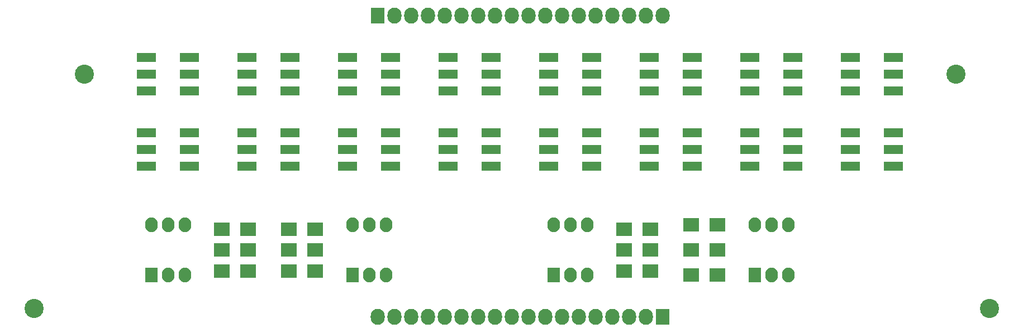
<source format=gts>
G04 #@! TF.FileFunction,Soldermask,Top*
%FSLAX46Y46*%
G04 Gerber Fmt 4.6, Leading zero omitted, Abs format (unit mm)*
G04 Created by KiCad (PCBNEW 4.0.0-stable) date 3/18/2016 11:08:59 AM*
%MOMM*%
G01*
G04 APERTURE LIST*
%ADD10C,0.100000*%
%ADD11R,2.400000X2.000000*%
%ADD12R,2.127200X2.432000*%
%ADD13O,2.127200X2.432000*%
%ADD14R,2.900000X1.400000*%
%ADD15R,1.924000X2.224000*%
%ADD16O,1.924000X2.224000*%
%ADD17C,2.900000*%
G04 APERTURE END LIST*
D10*
D11*
X201200000Y-64770000D03*
X205200000Y-64770000D03*
X201200000Y-68580000D03*
X205200000Y-68580000D03*
X201200000Y-72390000D03*
X205200000Y-72390000D03*
X195040000Y-71755000D03*
X191040000Y-71755000D03*
X195040000Y-68580000D03*
X191040000Y-68580000D03*
X195040000Y-65405000D03*
X191040000Y-65405000D03*
X140240000Y-65405000D03*
X144240000Y-65405000D03*
X140240000Y-68580000D03*
X144240000Y-68580000D03*
X140240000Y-71755000D03*
X144240000Y-71755000D03*
X134080000Y-71755000D03*
X130080000Y-71755000D03*
X134080000Y-68580000D03*
X130080000Y-68580000D03*
X134080000Y-65405000D03*
X130080000Y-65405000D03*
D12*
X153670000Y-33020000D03*
D13*
X156210000Y-33020000D03*
X158750000Y-33020000D03*
X161290000Y-33020000D03*
X163830000Y-33020000D03*
X166370000Y-33020000D03*
X168910000Y-33020000D03*
X171450000Y-33020000D03*
X173990000Y-33020000D03*
X176530000Y-33020000D03*
X179070000Y-33020000D03*
X181610000Y-33020000D03*
X184150000Y-33020000D03*
X186690000Y-33020000D03*
X189230000Y-33020000D03*
X191770000Y-33020000D03*
X194310000Y-33020000D03*
X196850000Y-33020000D03*
D12*
X196850000Y-78740000D03*
D13*
X194310000Y-78740000D03*
X191770000Y-78740000D03*
X189230000Y-78740000D03*
X186690000Y-78740000D03*
X184150000Y-78740000D03*
X181610000Y-78740000D03*
X179070000Y-78740000D03*
X176530000Y-78740000D03*
X173990000Y-78740000D03*
X171450000Y-78740000D03*
X168910000Y-78740000D03*
X166370000Y-78740000D03*
X163830000Y-78740000D03*
X161290000Y-78740000D03*
X158750000Y-78740000D03*
X156210000Y-78740000D03*
X153670000Y-78740000D03*
D14*
X125170000Y-44450000D03*
X125170000Y-41910000D03*
X125170000Y-39370000D03*
X118670000Y-39370000D03*
X118670000Y-41910000D03*
X118670000Y-44450000D03*
X125170000Y-55880000D03*
X125170000Y-53340000D03*
X125170000Y-50800000D03*
X118670000Y-50800000D03*
X118670000Y-53340000D03*
X118670000Y-55880000D03*
X140410000Y-44450000D03*
X140410000Y-41910000D03*
X140410000Y-39370000D03*
X133910000Y-39370000D03*
X133910000Y-41910000D03*
X133910000Y-44450000D03*
X140410000Y-55880000D03*
X140410000Y-53340000D03*
X140410000Y-50800000D03*
X133910000Y-50800000D03*
X133910000Y-53340000D03*
X133910000Y-55880000D03*
X155650000Y-44450000D03*
X155650000Y-41910000D03*
X155650000Y-39370000D03*
X149150000Y-39370000D03*
X149150000Y-41910000D03*
X149150000Y-44450000D03*
X155650000Y-55880000D03*
X155650000Y-53340000D03*
X155650000Y-50800000D03*
X149150000Y-50800000D03*
X149150000Y-53340000D03*
X149150000Y-55880000D03*
X170890000Y-44450000D03*
X170890000Y-41910000D03*
X170890000Y-39370000D03*
X164390000Y-39370000D03*
X164390000Y-41910000D03*
X164390000Y-44450000D03*
X170890000Y-55880000D03*
X170890000Y-53340000D03*
X170890000Y-50800000D03*
X164390000Y-50800000D03*
X164390000Y-53340000D03*
X164390000Y-55880000D03*
X186130000Y-55880000D03*
X186130000Y-53340000D03*
X186130000Y-50800000D03*
X179630000Y-50800000D03*
X179630000Y-53340000D03*
X179630000Y-55880000D03*
X186130000Y-44450000D03*
X186130000Y-41910000D03*
X186130000Y-39370000D03*
X179630000Y-39370000D03*
X179630000Y-41910000D03*
X179630000Y-44450000D03*
X201370000Y-55880000D03*
X201370000Y-53340000D03*
X201370000Y-50800000D03*
X194870000Y-50800000D03*
X194870000Y-53340000D03*
X194870000Y-55880000D03*
X201370000Y-44450000D03*
X201370000Y-41910000D03*
X201370000Y-39370000D03*
X194870000Y-39370000D03*
X194870000Y-41910000D03*
X194870000Y-44450000D03*
X216610000Y-55880000D03*
X216610000Y-53340000D03*
X216610000Y-50800000D03*
X210110000Y-50800000D03*
X210110000Y-53340000D03*
X210110000Y-55880000D03*
X216610000Y-44450000D03*
X216610000Y-41910000D03*
X216610000Y-39370000D03*
X210110000Y-39370000D03*
X210110000Y-41910000D03*
X210110000Y-44450000D03*
X231850000Y-55880000D03*
X231850000Y-53340000D03*
X231850000Y-50800000D03*
X225350000Y-50800000D03*
X225350000Y-53340000D03*
X225350000Y-55880000D03*
X231850000Y-44450000D03*
X231850000Y-41910000D03*
X231850000Y-39370000D03*
X225350000Y-39370000D03*
X225350000Y-41910000D03*
X225350000Y-44450000D03*
D15*
X210820000Y-72390000D03*
D16*
X210820000Y-64770000D03*
X213360000Y-72390000D03*
X213360000Y-64770000D03*
X215900000Y-72390000D03*
X215900000Y-64770000D03*
D15*
X180340000Y-72390000D03*
D16*
X180340000Y-64770000D03*
X182880000Y-72390000D03*
X182880000Y-64770000D03*
X185420000Y-72390000D03*
X185420000Y-64770000D03*
D15*
X149860000Y-72390000D03*
D16*
X149860000Y-64770000D03*
X152400000Y-72390000D03*
X152400000Y-64770000D03*
X154940000Y-72390000D03*
X154940000Y-64770000D03*
D15*
X119380000Y-72390000D03*
D16*
X119380000Y-64770000D03*
X121920000Y-72390000D03*
X121920000Y-64770000D03*
X124460000Y-72390000D03*
X124460000Y-64770000D03*
D17*
X101600000Y-77470000D03*
X109220000Y-41910000D03*
X241300000Y-41910000D03*
X246380000Y-77470000D03*
M02*

</source>
